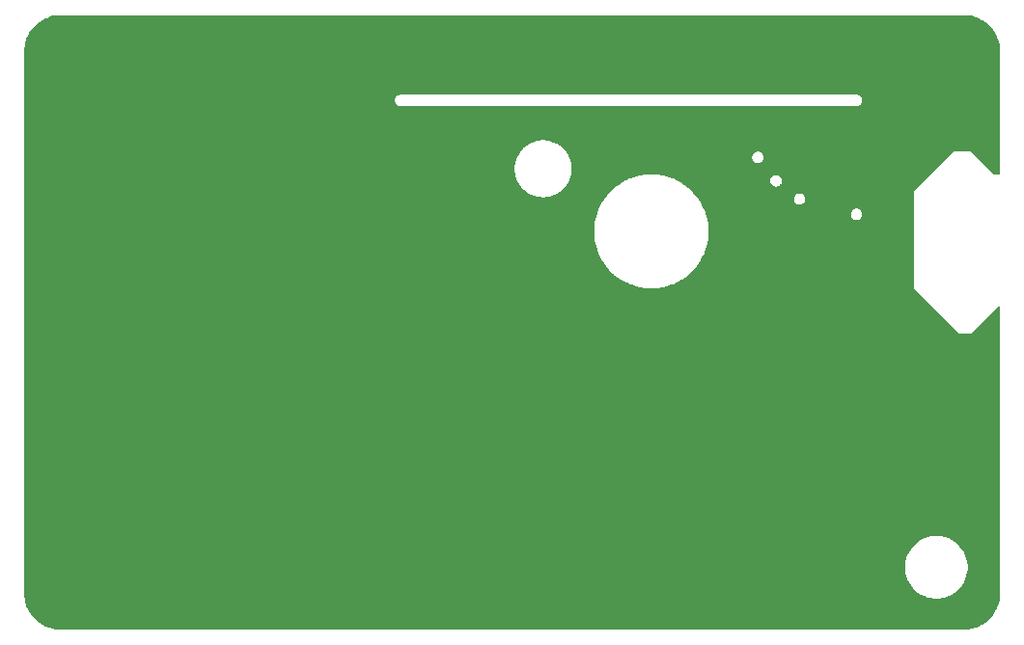
<source format=gbr>
%TF.GenerationSoftware,KiCad,Pcbnew,9.0.0*%
%TF.CreationDate,2025-03-10T01:27:30-04:00*%
%TF.ProjectId,cinna-chan-light,63696e6e-612d-4636-9861-6e2d6c696768,rev?*%
%TF.SameCoordinates,Original*%
%TF.FileFunction,Copper,L1,Top*%
%TF.FilePolarity,Positive*%
%FSLAX46Y46*%
G04 Gerber Fmt 4.6, Leading zero omitted, Abs format (unit mm)*
G04 Created by KiCad (PCBNEW 9.0.0) date 2025-03-10 01:27:30*
%MOMM*%
%LPD*%
G01*
G04 APERTURE LIST*
G04 APERTURE END LIST*
%TA.AperFunction,NonConductor*%
G36*
X172420761Y-59999115D02*
G01*
X172714626Y-60014518D01*
X172721920Y-60015119D01*
X172788757Y-60022650D01*
X172794216Y-60023390D01*
X173050659Y-60064008D01*
X173058793Y-60065579D01*
X173118245Y-60079148D01*
X173122595Y-60080226D01*
X173380424Y-60149313D01*
X173389224Y-60152029D01*
X173434883Y-60168005D01*
X173438302Y-60169259D01*
X173531725Y-60205122D01*
X173699756Y-60269625D01*
X173709114Y-60273667D01*
X173731173Y-60284289D01*
X173733614Y-60285498D01*
X174001468Y-60421979D01*
X174012697Y-60428463D01*
X174280912Y-60602648D01*
X174291413Y-60610277D01*
X174539945Y-60811538D01*
X174549579Y-60820212D01*
X174775735Y-61046372D01*
X174784395Y-61055990D01*
X174880081Y-61174155D01*
X174985664Y-61304542D01*
X174993293Y-61315043D01*
X175167465Y-61583253D01*
X175173955Y-61594494D01*
X175310014Y-61861534D01*
X175311322Y-61864178D01*
X175322574Y-61887625D01*
X175326544Y-61896837D01*
X175427110Y-62158828D01*
X175428431Y-62162438D01*
X175444060Y-62207319D01*
X175446726Y-62215989D01*
X175515997Y-62474530D01*
X175517112Y-62479022D01*
X175520328Y-62493112D01*
X175523309Y-62506172D01*
X175523333Y-62506382D01*
X175523356Y-62506377D01*
X175530375Y-62537370D01*
X175531912Y-62545363D01*
X175572711Y-62802980D01*
X175573457Y-62808490D01*
X175579165Y-62859140D01*
X175579190Y-62859367D01*
X175580776Y-62873677D01*
X175581361Y-62880848D01*
X175596848Y-63176432D01*
X175597018Y-63182920D01*
X175597018Y-73875500D01*
X175577333Y-73942539D01*
X175524529Y-73988294D01*
X175473018Y-73999500D01*
X175051569Y-73999500D01*
X174984530Y-73979815D01*
X174963888Y-73963181D01*
X173000207Y-71999500D01*
X171500207Y-71999500D01*
X171499792Y-71999500D01*
X171499791Y-71999500D01*
X167999793Y-75499500D01*
X167999500Y-75499792D01*
X167999500Y-75499793D01*
X167999500Y-83999793D01*
X167999500Y-84000207D01*
X171999793Y-88000500D01*
X173000207Y-88000500D01*
X175385337Y-85615370D01*
X175446660Y-85581885D01*
X175516352Y-85586869D01*
X175572285Y-85628741D01*
X175596702Y-85694205D01*
X175597018Y-85703051D01*
X175597018Y-110795197D01*
X175596848Y-110801689D01*
X175581442Y-111095554D01*
X175580832Y-111102945D01*
X175573325Y-111169576D01*
X175572578Y-111175093D01*
X175531945Y-111431616D01*
X175530363Y-111439809D01*
X175516844Y-111499038D01*
X175515727Y-111503540D01*
X175446654Y-111761311D01*
X175443921Y-111770173D01*
X175427960Y-111815784D01*
X175426683Y-111819265D01*
X175326346Y-112080647D01*
X175322301Y-112090013D01*
X175311597Y-112112239D01*
X175310362Y-112114730D01*
X175173983Y-112382385D01*
X175167494Y-112393626D01*
X174993310Y-112661841D01*
X174985681Y-112672341D01*
X174784423Y-112920872D01*
X174775738Y-112930518D01*
X174549597Y-113156656D01*
X174539952Y-113165340D01*
X174291416Y-113366601D01*
X174280925Y-113374223D01*
X174056858Y-113519732D01*
X174012710Y-113548403D01*
X174001470Y-113554892D01*
X173733806Y-113691273D01*
X173731312Y-113692509D01*
X173709074Y-113703218D01*
X173699711Y-113707261D01*
X173438359Y-113807585D01*
X173434877Y-113808862D01*
X173389250Y-113824828D01*
X173380388Y-113827562D01*
X173122605Y-113896635D01*
X173118106Y-113897751D01*
X173058876Y-113911271D01*
X173050679Y-113912853D01*
X172794102Y-113953491D01*
X172788589Y-113954238D01*
X172722086Y-113961732D01*
X172714691Y-113962342D01*
X172420221Y-113977776D01*
X172413731Y-113977946D01*
X93180763Y-113977946D01*
X93174274Y-113977776D01*
X93166498Y-113977368D01*
X92880522Y-113962381D01*
X92873129Y-113961771D01*
X92806206Y-113954231D01*
X92800693Y-113953485D01*
X92544536Y-113912917D01*
X92536339Y-113911334D01*
X92476544Y-113897686D01*
X92472044Y-113896570D01*
X92214846Y-113827655D01*
X92205984Y-113824921D01*
X92159596Y-113808689D01*
X92156114Y-113807412D01*
X91895538Y-113707389D01*
X91886174Y-113703345D01*
X91862842Y-113692109D01*
X91860349Y-113690874D01*
X91593543Y-113554932D01*
X91582303Y-113548443D01*
X91314085Y-113374264D01*
X91303584Y-113366635D01*
X91055038Y-113165370D01*
X91045393Y-113156685D01*
X90819256Y-112930553D01*
X90810571Y-112920907D01*
X90609304Y-112672367D01*
X90601675Y-112661868D01*
X90542732Y-112571106D01*
X90427483Y-112393644D01*
X90421005Y-112382423D01*
X90285672Y-112116825D01*
X90284438Y-112114334D01*
X90283283Y-112111937D01*
X90272434Y-112089408D01*
X90268406Y-112080081D01*
X90168968Y-111821045D01*
X90167738Y-111817693D01*
X90150840Y-111769403D01*
X90148126Y-111760603D01*
X90079677Y-111505162D01*
X90078570Y-111500703D01*
X90064451Y-111438841D01*
X90062884Y-111430724D01*
X90022611Y-111176478D01*
X90021878Y-111171062D01*
X90014079Y-111101844D01*
X90013472Y-111094489D01*
X89998189Y-110802938D01*
X89998019Y-110796447D01*
X89998019Y-108345528D01*
X167249500Y-108345528D01*
X167249500Y-108654471D01*
X167284086Y-108961437D01*
X167284089Y-108961455D01*
X167352831Y-109262635D01*
X167352835Y-109262647D01*
X167454862Y-109554222D01*
X167454868Y-109554236D01*
X167588903Y-109832562D01*
X167588905Y-109832565D01*
X167753265Y-110094143D01*
X167945880Y-110335674D01*
X168164326Y-110554120D01*
X168405857Y-110746735D01*
X168667435Y-110911095D01*
X168945771Y-111045135D01*
X168945777Y-111045137D01*
X169237352Y-111147164D01*
X169237364Y-111147168D01*
X169538548Y-111215911D01*
X169538554Y-111215911D01*
X169538562Y-111215913D01*
X169743206Y-111238970D01*
X169845529Y-111250499D01*
X169845532Y-111250500D01*
X169845535Y-111250500D01*
X170154468Y-111250500D01*
X170154469Y-111250499D01*
X170311356Y-111232822D01*
X170461437Y-111215913D01*
X170461442Y-111215912D01*
X170461452Y-111215911D01*
X170762636Y-111147168D01*
X171054229Y-111045135D01*
X171332565Y-110911095D01*
X171594143Y-110746735D01*
X171835674Y-110554120D01*
X172054120Y-110335674D01*
X172246735Y-110094143D01*
X172411095Y-109832565D01*
X172545135Y-109554229D01*
X172647168Y-109262636D01*
X172715911Y-108961452D01*
X172750500Y-108654465D01*
X172750500Y-108345535D01*
X172715911Y-108038548D01*
X172647168Y-107737364D01*
X172545135Y-107445771D01*
X172411095Y-107167435D01*
X172246735Y-106905857D01*
X172054120Y-106664326D01*
X171835674Y-106445880D01*
X171594143Y-106253265D01*
X171332565Y-106088905D01*
X171332562Y-106088903D01*
X171054236Y-105954868D01*
X171054222Y-105954862D01*
X170762647Y-105852835D01*
X170762635Y-105852831D01*
X170461455Y-105784089D01*
X170461437Y-105784086D01*
X170154471Y-105749500D01*
X170154465Y-105749500D01*
X169845535Y-105749500D01*
X169845528Y-105749500D01*
X169538562Y-105784086D01*
X169538544Y-105784089D01*
X169237364Y-105852831D01*
X169237352Y-105852835D01*
X168945777Y-105954862D01*
X168945763Y-105954868D01*
X168667437Y-106088903D01*
X168405858Y-106253264D01*
X168164326Y-106445879D01*
X167945879Y-106664326D01*
X167753264Y-106905858D01*
X167588903Y-107167437D01*
X167454868Y-107445763D01*
X167454862Y-107445777D01*
X167352835Y-107737352D01*
X167352831Y-107737364D01*
X167284089Y-108038544D01*
X167284086Y-108038562D01*
X167249500Y-108345528D01*
X89998019Y-108345528D01*
X89998019Y-78781669D01*
X139999500Y-78781669D01*
X139999500Y-79218330D01*
X140037557Y-79653320D01*
X140037557Y-79653324D01*
X140113379Y-80083327D01*
X140113383Y-80083344D01*
X140226392Y-80505105D01*
X140375740Y-80915434D01*
X140375746Y-80915449D01*
X140560272Y-81311164D01*
X140560277Y-81311174D01*
X140778603Y-81689326D01*
X140778615Y-81689343D01*
X140821477Y-81750558D01*
X140824055Y-81754239D01*
X140825031Y-81755873D01*
X140829673Y-81762262D01*
X140830273Y-81763119D01*
X140830301Y-81763158D01*
X141029057Y-82047013D01*
X141082169Y-82110308D01*
X141082171Y-82110311D01*
X141084957Y-82113631D01*
X141088872Y-82119020D01*
X141104165Y-82136525D01*
X141104977Y-82137492D01*
X141105004Y-82137523D01*
X141309734Y-82381509D01*
X141376762Y-82448537D01*
X141384204Y-82457055D01*
X141408712Y-82480487D01*
X141618493Y-82690268D01*
X141618498Y-82690272D01*
X141694139Y-82753743D01*
X141697215Y-82756324D01*
X141708648Y-82767255D01*
X141740797Y-82792893D01*
X141821614Y-82860707D01*
X141952986Y-82970942D01*
X141985347Y-82993601D01*
X142043807Y-83034535D01*
X142059593Y-83047124D01*
X142097882Y-83072398D01*
X142310674Y-83221397D01*
X142413839Y-83280959D01*
X142434211Y-83294407D01*
X142477184Y-83317531D01*
X142688826Y-83439723D01*
X142804433Y-83493631D01*
X142829488Y-83507115D01*
X142875765Y-83526894D01*
X143025610Y-83596768D01*
X143084550Y-83624253D01*
X143084554Y-83624254D01*
X143084568Y-83624261D01*
X143212530Y-83670835D01*
X143242240Y-83683534D01*
X143290505Y-83699216D01*
X143494888Y-83773605D01*
X143494889Y-83773605D01*
X143494894Y-83773607D01*
X143547663Y-83787746D01*
X143635000Y-83811147D01*
X143669145Y-83822243D01*
X143718138Y-83833424D01*
X143916663Y-83886619D01*
X144068496Y-83913391D01*
X144106766Y-83922127D01*
X144155392Y-83928713D01*
X144346682Y-83962443D01*
X144509648Y-83976700D01*
X144551578Y-83982381D01*
X144598822Y-83984502D01*
X144781671Y-84000499D01*
X144781672Y-84000500D01*
X144955022Y-84000500D01*
X145000000Y-84002520D01*
X145044978Y-84000500D01*
X145218328Y-84000500D01*
X145218328Y-84000499D01*
X145401182Y-83984502D01*
X145448422Y-83982381D01*
X145490357Y-83976700D01*
X145653318Y-83962443D01*
X145844619Y-83928711D01*
X145893234Y-83922127D01*
X145931500Y-83913391D01*
X146083337Y-83886619D01*
X146281847Y-83833428D01*
X146330855Y-83822243D01*
X146365009Y-83811145D01*
X146452988Y-83787571D01*
X146505099Y-83773609D01*
X146505104Y-83773607D01*
X146505112Y-83773605D01*
X146709500Y-83699213D01*
X146757760Y-83683534D01*
X146787460Y-83670838D01*
X146874621Y-83639114D01*
X146915420Y-83624266D01*
X146915424Y-83624263D01*
X146915432Y-83624261D01*
X147124248Y-83526887D01*
X147170512Y-83507115D01*
X147195563Y-83493633D01*
X147311174Y-83439723D01*
X147522826Y-83317525D01*
X147565789Y-83294407D01*
X147586151Y-83280964D01*
X147689326Y-83221397D01*
X147855005Y-83105387D01*
X147900744Y-83073361D01*
X147901120Y-83073096D01*
X147902145Y-83072379D01*
X147940407Y-83047124D01*
X147956185Y-83034540D01*
X148047012Y-82970943D01*
X148259223Y-82792876D01*
X148291352Y-82767255D01*
X148302779Y-82756328D01*
X148381507Y-82690268D01*
X148591309Y-82480465D01*
X148615796Y-82457055D01*
X148623230Y-82448544D01*
X148690268Y-82381507D01*
X148895833Y-82136525D01*
X148911128Y-82119020D01*
X148915042Y-82113631D01*
X148970943Y-82047012D01*
X149170338Y-81762245D01*
X149174969Y-81755873D01*
X149175940Y-81754244D01*
X149221397Y-81689326D01*
X149439723Y-81311174D01*
X149624261Y-80915432D01*
X149773605Y-80505112D01*
X149886619Y-80083337D01*
X149962443Y-79653318D01*
X150000500Y-79218327D01*
X150000500Y-78781673D01*
X149962443Y-78346682D01*
X149886619Y-77916663D01*
X149809110Y-77627398D01*
X149773607Y-77494894D01*
X149773604Y-77494886D01*
X149763967Y-77468407D01*
X149763961Y-77468392D01*
X149751483Y-77434108D01*
X162499499Y-77434108D01*
X162499499Y-77565891D01*
X162533607Y-77693187D01*
X162566553Y-77750250D01*
X162599499Y-77807314D01*
X162599501Y-77807316D01*
X162618170Y-77825985D01*
X162620181Y-77829114D01*
X162628555Y-77836370D01*
X162692685Y-77900500D01*
X162712034Y-77911671D01*
X162722291Y-77917593D01*
X162728289Y-77922790D01*
X162742658Y-77929352D01*
X162806813Y-77966392D01*
X162847832Y-77977383D01*
X162858408Y-77982213D01*
X162874483Y-77984524D01*
X162934107Y-78000500D01*
X162934108Y-78000500D01*
X162985595Y-78000500D01*
X162999999Y-78002571D01*
X163014403Y-78000500D01*
X163065890Y-78000500D01*
X163065891Y-78000500D01*
X163125519Y-77984522D01*
X163141590Y-77982213D01*
X163152166Y-77977382D01*
X163193185Y-77966392D01*
X163257345Y-77929348D01*
X163271709Y-77922790D01*
X163277702Y-77917595D01*
X163307313Y-77900500D01*
X163371448Y-77836364D01*
X163379817Y-77829114D01*
X163381825Y-77825987D01*
X163400499Y-77807314D01*
X163466391Y-77693186D01*
X163500499Y-77565892D01*
X163500499Y-77434108D01*
X163466391Y-77306814D01*
X163400499Y-77192686D01*
X163381827Y-77174014D01*
X163379817Y-77170886D01*
X163371442Y-77163629D01*
X163307312Y-77099499D01*
X163301660Y-77096236D01*
X163277703Y-77082404D01*
X163271709Y-77077210D01*
X163257342Y-77070648D01*
X163252221Y-77067692D01*
X163193185Y-77033608D01*
X163193183Y-77033607D01*
X163162160Y-77025294D01*
X163162160Y-77025293D01*
X163152157Y-77022612D01*
X163141590Y-77017787D01*
X163125525Y-77015477D01*
X163118381Y-77013563D01*
X163118377Y-77013563D01*
X163065892Y-76999500D01*
X163065891Y-76999500D01*
X163014403Y-76999500D01*
X162999999Y-76997429D01*
X162985595Y-76999500D01*
X162934103Y-76999500D01*
X162881615Y-77013563D01*
X162881616Y-77013564D01*
X162874477Y-77015476D01*
X162858408Y-77017787D01*
X162847840Y-77022612D01*
X162837837Y-77025293D01*
X162837834Y-77025295D01*
X162806816Y-77033607D01*
X162806814Y-77033607D01*
X162747767Y-77067697D01*
X162747766Y-77067696D01*
X162742635Y-77070658D01*
X162728289Y-77077210D01*
X162722300Y-77082399D01*
X162712051Y-77088317D01*
X162712044Y-77088323D01*
X162692685Y-77099500D01*
X162692681Y-77099503D01*
X162631676Y-77160506D01*
X162628533Y-77163648D01*
X162620181Y-77170886D01*
X162618175Y-77174006D01*
X162609801Y-77182381D01*
X162599500Y-77192683D01*
X162599498Y-77192685D01*
X162533608Y-77306810D01*
X162533608Y-77306811D01*
X162533608Y-77306812D01*
X162533607Y-77306814D01*
X162499499Y-77434108D01*
X149751483Y-77434108D01*
X149624261Y-77084568D01*
X149616393Y-77067696D01*
X149439727Y-76688835D01*
X149439719Y-76688819D01*
X149408618Y-76634950D01*
X149221397Y-76310674D01*
X149203102Y-76284546D01*
X149178526Y-76249447D01*
X149175947Y-76245764D01*
X149174969Y-76244127D01*
X149170321Y-76237729D01*
X149169696Y-76236837D01*
X149169695Y-76236836D01*
X149169694Y-76236834D01*
X149114042Y-76157354D01*
X149069932Y-76094358D01*
X157499499Y-76094358D01*
X157499499Y-76095052D01*
X157499499Y-76226142D01*
X157516553Y-76289789D01*
X157533607Y-76353437D01*
X157566553Y-76410500D01*
X157599499Y-76467564D01*
X157599501Y-76467566D01*
X157618170Y-76486235D01*
X157620181Y-76489364D01*
X157628555Y-76496620D01*
X157692685Y-76560750D01*
X157712034Y-76571921D01*
X157722291Y-76577843D01*
X157728289Y-76583040D01*
X157742658Y-76589602D01*
X157806813Y-76626642D01*
X157847832Y-76637633D01*
X157858408Y-76642463D01*
X157874483Y-76644774D01*
X157934107Y-76660750D01*
X157934108Y-76660750D01*
X157985595Y-76660750D01*
X157999999Y-76662821D01*
X158014403Y-76660750D01*
X158065890Y-76660750D01*
X158065891Y-76660750D01*
X158125519Y-76644772D01*
X158141590Y-76642463D01*
X158152166Y-76637632D01*
X158193185Y-76626642D01*
X158257345Y-76589598D01*
X158271709Y-76583040D01*
X158277702Y-76577845D01*
X158307313Y-76560750D01*
X158371448Y-76496614D01*
X158379817Y-76489364D01*
X158381825Y-76486237D01*
X158400499Y-76467564D01*
X158466391Y-76353436D01*
X158500499Y-76226142D01*
X158500499Y-76094358D01*
X158466391Y-75967064D01*
X158400499Y-75852936D01*
X158381827Y-75834264D01*
X158379817Y-75831136D01*
X158371442Y-75823879D01*
X158307312Y-75759749D01*
X158301660Y-75756486D01*
X158277703Y-75742654D01*
X158271709Y-75737460D01*
X158257342Y-75730898D01*
X158252221Y-75727942D01*
X158193185Y-75693858D01*
X158193183Y-75693857D01*
X158162160Y-75685544D01*
X158162160Y-75685543D01*
X158152157Y-75682862D01*
X158141590Y-75678037D01*
X158125525Y-75675727D01*
X158118381Y-75673813D01*
X158118377Y-75673813D01*
X158065892Y-75659750D01*
X158065891Y-75659750D01*
X158014403Y-75659750D01*
X157999999Y-75657679D01*
X157985595Y-75659750D01*
X157934103Y-75659750D01*
X157881615Y-75673813D01*
X157881616Y-75673814D01*
X157874477Y-75675726D01*
X157858408Y-75678037D01*
X157847840Y-75682862D01*
X157837837Y-75685543D01*
X157837834Y-75685545D01*
X157806816Y-75693857D01*
X157806814Y-75693857D01*
X157747767Y-75727947D01*
X157747766Y-75727946D01*
X157742635Y-75730908D01*
X157728289Y-75737460D01*
X157722300Y-75742649D01*
X157712051Y-75748567D01*
X157712044Y-75748573D01*
X157692685Y-75759750D01*
X157692681Y-75759753D01*
X157631676Y-75820756D01*
X157628533Y-75823898D01*
X157620181Y-75831136D01*
X157618175Y-75834256D01*
X157609801Y-75842631D01*
X157599500Y-75852933D01*
X157599498Y-75852935D01*
X157533608Y-75967060D01*
X157533608Y-75967061D01*
X157533608Y-75967062D01*
X157533607Y-75967064D01*
X157499499Y-76094358D01*
X149069932Y-76094358D01*
X148970948Y-75952994D01*
X148970946Y-75952993D01*
X148970943Y-75952988D01*
X148915040Y-75886365D01*
X148911128Y-75880980D01*
X148895789Y-75863423D01*
X148894991Y-75862472D01*
X148894990Y-75862470D01*
X148746531Y-75685545D01*
X148690268Y-75618493D01*
X148623237Y-75551462D01*
X148615796Y-75542945D01*
X148591287Y-75519512D01*
X148381509Y-75309734D01*
X148378399Y-75307124D01*
X148302785Y-75243676D01*
X148291352Y-75232745D01*
X148259212Y-75207114D01*
X148258020Y-75206114D01*
X148047013Y-75029057D01*
X147959362Y-74967684D01*
X147956194Y-74965466D01*
X147940407Y-74952876D01*
X147902146Y-74927620D01*
X147900742Y-74926637D01*
X147900741Y-74926636D01*
X147689343Y-74778615D01*
X147689326Y-74778603D01*
X147589378Y-74720898D01*
X147589378Y-74720897D01*
X147586151Y-74719034D01*
X147565789Y-74705593D01*
X147522827Y-74682474D01*
X147521190Y-74681529D01*
X147385811Y-74603368D01*
X147311180Y-74560280D01*
X147311164Y-74560272D01*
X147198804Y-74507877D01*
X147195564Y-74506366D01*
X147191368Y-74504108D01*
X155429499Y-74504108D01*
X155429499Y-74504802D01*
X155429499Y-74635892D01*
X155441981Y-74682475D01*
X155463607Y-74763187D01*
X155489814Y-74808578D01*
X155529499Y-74877314D01*
X155529501Y-74877316D01*
X155548170Y-74895985D01*
X155550181Y-74899114D01*
X155558555Y-74906370D01*
X155622685Y-74970500D01*
X155642034Y-74981671D01*
X155652291Y-74987593D01*
X155658289Y-74992790D01*
X155672658Y-74999352D01*
X155736813Y-75036392D01*
X155777832Y-75047383D01*
X155788408Y-75052213D01*
X155804483Y-75054524D01*
X155864107Y-75070500D01*
X155864108Y-75070500D01*
X155915595Y-75070500D01*
X155929999Y-75072571D01*
X155944403Y-75070500D01*
X155995890Y-75070500D01*
X155995891Y-75070500D01*
X156055519Y-75054522D01*
X156071590Y-75052213D01*
X156082166Y-75047382D01*
X156123185Y-75036392D01*
X156187345Y-74999348D01*
X156201709Y-74992790D01*
X156207702Y-74987595D01*
X156237313Y-74970500D01*
X156301448Y-74906364D01*
X156309817Y-74899114D01*
X156311825Y-74895987D01*
X156330499Y-74877314D01*
X156396391Y-74763186D01*
X156430499Y-74635892D01*
X156430499Y-74504108D01*
X156396391Y-74376814D01*
X156395774Y-74375746D01*
X156369549Y-74330323D01*
X156330499Y-74262686D01*
X156311827Y-74244014D01*
X156309817Y-74240886D01*
X156301442Y-74233629D01*
X156237312Y-74169499D01*
X156231197Y-74165969D01*
X156207703Y-74152404D01*
X156201709Y-74147210D01*
X156187342Y-74140648D01*
X156182221Y-74137692D01*
X156123185Y-74103608D01*
X156123183Y-74103607D01*
X156092160Y-74095294D01*
X156092160Y-74095293D01*
X156082157Y-74092612D01*
X156071590Y-74087787D01*
X156055525Y-74085477D01*
X156048381Y-74083563D01*
X156048377Y-74083563D01*
X155995892Y-74069500D01*
X155995891Y-74069500D01*
X155944403Y-74069500D01*
X155929999Y-74067429D01*
X155915595Y-74069500D01*
X155864103Y-74069500D01*
X155811615Y-74083563D01*
X155811616Y-74083564D01*
X155804477Y-74085476D01*
X155788408Y-74087787D01*
X155777840Y-74092612D01*
X155767837Y-74095293D01*
X155767834Y-74095295D01*
X155736816Y-74103607D01*
X155736814Y-74103607D01*
X155677767Y-74137697D01*
X155677766Y-74137696D01*
X155672635Y-74140658D01*
X155658289Y-74147210D01*
X155652300Y-74152399D01*
X155642051Y-74158317D01*
X155642044Y-74158323D01*
X155622685Y-74169500D01*
X155622681Y-74169503D01*
X155561676Y-74230506D01*
X155558533Y-74233648D01*
X155550181Y-74240886D01*
X155548175Y-74244006D01*
X155539801Y-74252381D01*
X155529500Y-74262683D01*
X155529498Y-74262685D01*
X155463608Y-74376810D01*
X155463608Y-74376811D01*
X155463608Y-74376812D01*
X155463607Y-74376814D01*
X155429499Y-74504108D01*
X147191368Y-74504108D01*
X147170512Y-74492885D01*
X147124250Y-74473111D01*
X147122413Y-74472255D01*
X146915449Y-74375746D01*
X146915428Y-74375737D01*
X146790657Y-74330322D01*
X146790657Y-74330323D01*
X146787443Y-74329153D01*
X146757760Y-74316466D01*
X146709525Y-74300793D01*
X146707460Y-74300042D01*
X146505105Y-74226392D01*
X146368139Y-74189693D01*
X146368138Y-74189693D01*
X146365014Y-74188856D01*
X146330855Y-74177757D01*
X146281856Y-74166573D01*
X146279612Y-74165972D01*
X146279611Y-74165971D01*
X146083344Y-74113383D01*
X146083346Y-74113383D01*
X146083337Y-74113381D01*
X146046066Y-74106809D01*
X145934557Y-74087146D01*
X145934557Y-74087145D01*
X145931481Y-74086602D01*
X145893234Y-74077873D01*
X145844619Y-74071287D01*
X145842154Y-74070853D01*
X145842146Y-74070852D01*
X145653323Y-74037557D01*
X145493293Y-74023556D01*
X145493292Y-74023556D01*
X145490350Y-74023298D01*
X145448422Y-74017619D01*
X145401206Y-74015498D01*
X145398549Y-74015266D01*
X145398548Y-74015265D01*
X145218332Y-73999500D01*
X145218327Y-73999500D01*
X145044978Y-73999500D01*
X145000000Y-73997480D01*
X144955022Y-73999500D01*
X144781666Y-73999500D01*
X144601448Y-74015265D01*
X144601449Y-74015266D01*
X144598789Y-74015498D01*
X144551578Y-74017619D01*
X144509653Y-74023298D01*
X144506706Y-74023556D01*
X144506705Y-74023555D01*
X144506705Y-74023556D01*
X144346677Y-74037557D01*
X144346675Y-74037557D01*
X144157855Y-74070850D01*
X144157856Y-74070851D01*
X144155375Y-74071288D01*
X144106766Y-74077873D01*
X144068496Y-74086607D01*
X144065427Y-74087149D01*
X143916668Y-74113380D01*
X143916654Y-74113383D01*
X143720397Y-74165969D01*
X143718127Y-74166576D01*
X143669145Y-74177757D01*
X143635015Y-74188846D01*
X143631848Y-74189695D01*
X143631846Y-74189694D01*
X143494902Y-74226391D01*
X143494868Y-74226401D01*
X143292544Y-74300039D01*
X143292545Y-74300040D01*
X143290470Y-74300795D01*
X143242240Y-74316466D01*
X143212560Y-74329151D01*
X143209334Y-74330326D01*
X143209333Y-74330326D01*
X143084561Y-74375741D01*
X143084558Y-74375742D01*
X142877594Y-74472250D01*
X142877595Y-74472251D01*
X142875742Y-74473115D01*
X142829488Y-74492885D01*
X142804448Y-74506359D01*
X142801211Y-74507869D01*
X142801198Y-74507876D01*
X142688826Y-74560276D01*
X142688819Y-74560280D01*
X142478797Y-74681536D01*
X142478796Y-74681537D01*
X142477169Y-74682475D01*
X142434211Y-74705593D01*
X142413863Y-74719023D01*
X142410630Y-74720891D01*
X142410627Y-74720894D01*
X142310669Y-74778606D01*
X142099286Y-74926615D01*
X142099287Y-74926616D01*
X142097835Y-74927632D01*
X142059593Y-74952876D01*
X142043821Y-74965452D01*
X142040650Y-74967674D01*
X141952985Y-75029059D01*
X141741949Y-75206136D01*
X141741950Y-75206137D01*
X141740735Y-75207155D01*
X141708648Y-75232745D01*
X141697225Y-75243666D01*
X141694133Y-75246261D01*
X141694130Y-75246262D01*
X141618510Y-75309716D01*
X141618496Y-75309729D01*
X141409717Y-75518507D01*
X141409716Y-75518507D01*
X141408665Y-75519557D01*
X141384204Y-75542945D01*
X141376788Y-75551432D01*
X141373831Y-75554390D01*
X141373817Y-75554406D01*
X141309740Y-75618484D01*
X141309728Y-75618497D01*
X141105012Y-75862464D01*
X141105013Y-75862465D01*
X141104162Y-75863478D01*
X141088872Y-75880980D01*
X141084965Y-75886356D01*
X141082172Y-75889686D01*
X141029061Y-75952982D01*
X140830283Y-76236865D01*
X140830282Y-76236864D01*
X140829598Y-76237840D01*
X140825031Y-76244127D01*
X140824060Y-76245750D01*
X140821488Y-76249426D01*
X140821486Y-76249429D01*
X140778612Y-76310660D01*
X140778598Y-76310682D01*
X140560280Y-76688819D01*
X140560272Y-76688835D01*
X140375746Y-77084550D01*
X140375740Y-77084565D01*
X140226392Y-77494894D01*
X140113383Y-77916655D01*
X140113379Y-77916672D01*
X140037557Y-78346675D01*
X140037557Y-78346679D01*
X139999500Y-78781669D01*
X89998019Y-78781669D01*
X89998019Y-73359568D01*
X132999500Y-73359568D01*
X132999500Y-73640431D01*
X133030942Y-73919494D01*
X133030945Y-73919513D01*
X133040035Y-73959336D01*
X133040035Y-73959337D01*
X133041398Y-73965312D01*
X133041854Y-73968916D01*
X133045157Y-73981783D01*
X133045529Y-73983410D01*
X133045537Y-73983442D01*
X133093439Y-74193316D01*
X133093440Y-74193318D01*
X133114346Y-74253065D01*
X133116092Y-74258056D01*
X133120008Y-74273306D01*
X133132231Y-74304178D01*
X133133066Y-74306564D01*
X133133066Y-74306566D01*
X133186196Y-74458401D01*
X133186205Y-74458423D01*
X133224167Y-74537251D01*
X133226101Y-74541268D01*
X133235696Y-74565501D01*
X133252429Y-74595938D01*
X133253877Y-74598945D01*
X133253885Y-74598960D01*
X133256008Y-74603368D01*
X133308055Y-74711445D01*
X133308057Y-74711449D01*
X133308059Y-74711452D01*
X133369087Y-74808577D01*
X133369087Y-74808578D01*
X133371020Y-74811654D01*
X133387093Y-74840891D01*
X133404088Y-74864283D01*
X133406314Y-74867825D01*
X133406318Y-74867831D01*
X133457474Y-74949244D01*
X133457477Y-74949248D01*
X133472179Y-74967684D01*
X133549538Y-75064689D01*
X133551275Y-75066868D01*
X133571813Y-75095135D01*
X133585111Y-75109296D01*
X133588234Y-75113212D01*
X133632583Y-75168824D01*
X133770883Y-75307124D01*
X133786940Y-75324223D01*
X133792972Y-75329213D01*
X133831175Y-75367416D01*
X134050752Y-75542523D01*
X134288555Y-75691945D01*
X134541592Y-75813801D01*
X134680686Y-75862472D01*
X134806670Y-75906556D01*
X134806672Y-75906557D01*
X134806676Y-75906557D01*
X134806682Y-75906560D01*
X134866377Y-75920185D01*
X134877661Y-75923852D01*
X134906772Y-75929404D01*
X135080491Y-75969055D01*
X135163872Y-75978449D01*
X135186357Y-75982739D01*
X135221627Y-75984957D01*
X135334541Y-75997679D01*
X135359573Y-76000500D01*
X135468656Y-76000500D01*
X135500000Y-76002472D01*
X135531344Y-76000500D01*
X135640427Y-76000500D01*
X135663332Y-75997918D01*
X135778365Y-75984957D01*
X135813643Y-75982739D01*
X135836123Y-75978450D01*
X135919509Y-75969055D01*
X136093231Y-75929403D01*
X136122339Y-75923852D01*
X136133621Y-75920185D01*
X136193318Y-75906560D01*
X136458408Y-75813801D01*
X136711445Y-75691945D01*
X136949248Y-75542523D01*
X137168825Y-75367416D01*
X137207033Y-75329207D01*
X137213060Y-75324223D01*
X137229100Y-75307140D01*
X137367416Y-75168825D01*
X137414893Y-75109290D01*
X137428187Y-75095135D01*
X137448717Y-75066876D01*
X137542523Y-74949248D01*
X137595904Y-74864291D01*
X137612907Y-74840891D01*
X137628982Y-74811648D01*
X137691945Y-74711445D01*
X137747572Y-74595933D01*
X137764304Y-74565501D01*
X137773898Y-74541266D01*
X137813801Y-74458408D01*
X137867772Y-74304166D01*
X137879992Y-74273306D01*
X137883907Y-74258056D01*
X137906560Y-74193318D01*
X137954840Y-73981787D01*
X137958146Y-73968916D01*
X137958600Y-73965314D01*
X137969055Y-73919509D01*
X138000500Y-73640425D01*
X138000500Y-73359575D01*
X137969055Y-73080491D01*
X137958599Y-73034683D01*
X137958146Y-73031084D01*
X137954839Y-73018207D01*
X137906560Y-72806682D01*
X137906555Y-72806669D01*
X137885657Y-72746946D01*
X137883907Y-72741943D01*
X137879992Y-72726694D01*
X137867769Y-72695825D01*
X137813801Y-72541592D01*
X137775813Y-72462709D01*
X137772273Y-72454627D01*
X137764304Y-72434499D01*
X137764089Y-72434108D01*
X153839299Y-72434108D01*
X153839299Y-72565891D01*
X153873407Y-72693187D01*
X153874908Y-72695786D01*
X153939299Y-72807314D01*
X153939301Y-72807316D01*
X153957970Y-72825985D01*
X153959981Y-72829114D01*
X153968355Y-72836370D01*
X154032485Y-72900500D01*
X154051834Y-72911671D01*
X154062091Y-72917593D01*
X154068089Y-72922790D01*
X154082458Y-72929352D01*
X154146613Y-72966392D01*
X154187632Y-72977383D01*
X154198208Y-72982213D01*
X154214283Y-72984524D01*
X154273907Y-73000500D01*
X154273908Y-73000500D01*
X154325395Y-73000500D01*
X154339799Y-73002571D01*
X154354203Y-73000500D01*
X154405690Y-73000500D01*
X154405691Y-73000500D01*
X154465319Y-72984522D01*
X154481390Y-72982213D01*
X154491966Y-72977382D01*
X154532985Y-72966392D01*
X154597145Y-72929348D01*
X154611509Y-72922790D01*
X154617502Y-72917595D01*
X154647113Y-72900500D01*
X154711248Y-72836364D01*
X154719617Y-72829114D01*
X154721625Y-72825987D01*
X154740299Y-72807314D01*
X154806191Y-72693186D01*
X154840299Y-72565892D01*
X154840299Y-72434108D01*
X154806191Y-72306814D01*
X154740299Y-72192686D01*
X154721627Y-72174014D01*
X154719617Y-72170886D01*
X154711242Y-72163629D01*
X154647112Y-72099499D01*
X154641460Y-72096236D01*
X154617503Y-72082404D01*
X154611509Y-72077210D01*
X154597142Y-72070648D01*
X154592021Y-72067692D01*
X154532985Y-72033608D01*
X154532983Y-72033607D01*
X154501960Y-72025294D01*
X154501960Y-72025293D01*
X154491957Y-72022612D01*
X154481390Y-72017787D01*
X154465325Y-72015477D01*
X154458181Y-72013563D01*
X154458177Y-72013563D01*
X154405692Y-71999500D01*
X154405691Y-71999500D01*
X154354203Y-71999500D01*
X154339799Y-71997429D01*
X154325395Y-71999500D01*
X154273903Y-71999500D01*
X154221415Y-72013563D01*
X154221416Y-72013564D01*
X154214277Y-72015476D01*
X154198208Y-72017787D01*
X154187640Y-72022612D01*
X154177637Y-72025293D01*
X154177634Y-72025295D01*
X154146616Y-72033607D01*
X154146614Y-72033607D01*
X154087567Y-72067697D01*
X154087566Y-72067696D01*
X154082435Y-72070658D01*
X154068089Y-72077210D01*
X154062100Y-72082399D01*
X154051851Y-72088317D01*
X154051844Y-72088323D01*
X154032485Y-72099500D01*
X154032481Y-72099503D01*
X153971476Y-72160506D01*
X153968333Y-72163648D01*
X153959981Y-72170886D01*
X153957975Y-72174006D01*
X153949601Y-72182381D01*
X153939300Y-72192683D01*
X153939298Y-72192685D01*
X153873408Y-72306810D01*
X153873408Y-72306811D01*
X153873408Y-72306812D01*
X153873407Y-72306814D01*
X153848161Y-72401036D01*
X153839299Y-72434108D01*
X137764089Y-72434108D01*
X137749171Y-72406972D01*
X137746116Y-72401041D01*
X137691948Y-72288560D01*
X137691945Y-72288556D01*
X137691945Y-72288555D01*
X137628984Y-72188354D01*
X137612907Y-72159109D01*
X137595901Y-72135703D01*
X137593691Y-72132185D01*
X137593683Y-72132172D01*
X137542521Y-72050749D01*
X137542520Y-72050747D01*
X137450453Y-71935298D01*
X137450453Y-71935299D01*
X137448718Y-71933123D01*
X137428187Y-71904865D01*
X137414893Y-71890709D01*
X137367416Y-71831175D01*
X137229116Y-71692875D01*
X137213060Y-71675777D01*
X137207027Y-71670786D01*
X137168824Y-71632583D01*
X137113060Y-71588113D01*
X136949248Y-71457477D01*
X136711445Y-71308055D01*
X136711442Y-71308053D01*
X136458411Y-71186200D01*
X136193329Y-71093443D01*
X136193320Y-71093440D01*
X136139055Y-71081054D01*
X136139055Y-71081053D01*
X136133611Y-71079810D01*
X136122339Y-71076148D01*
X136093242Y-71070597D01*
X136091045Y-71070096D01*
X135919502Y-71030943D01*
X135919503Y-71030943D01*
X135840834Y-71022080D01*
X135840834Y-71022079D01*
X135836109Y-71021546D01*
X135813643Y-71017261D01*
X135778369Y-71015041D01*
X135775317Y-71014698D01*
X135775313Y-71014698D01*
X135640429Y-70999500D01*
X135640425Y-70999500D01*
X135531329Y-70999500D01*
X135500000Y-70997529D01*
X135468671Y-70999500D01*
X135359570Y-70999500D01*
X135224687Y-71014698D01*
X135224686Y-71014698D01*
X135221637Y-71015041D01*
X135186357Y-71017261D01*
X135163887Y-71021547D01*
X135159168Y-71022079D01*
X135159166Y-71022080D01*
X135080496Y-71030943D01*
X135080493Y-71030944D01*
X134908956Y-71070094D01*
X134908957Y-71070095D01*
X134906743Y-71070600D01*
X134877661Y-71076148D01*
X134866388Y-71079810D01*
X134860963Y-71081049D01*
X134860949Y-71081053D01*
X134806676Y-71093441D01*
X134806670Y-71093443D01*
X134541588Y-71186200D01*
X134288557Y-71308053D01*
X134050753Y-71457476D01*
X133831179Y-71632579D01*
X133797106Y-71666652D01*
X133792965Y-71670791D01*
X133786940Y-71675777D01*
X133770913Y-71692843D01*
X133769514Y-71694243D01*
X133769511Y-71694244D01*
X133632587Y-71831171D01*
X133632584Y-71831174D01*
X133588234Y-71886784D01*
X133588235Y-71886785D01*
X133585101Y-71890713D01*
X133571813Y-71904865D01*
X133551301Y-71933096D01*
X133549545Y-71935299D01*
X133549537Y-71935309D01*
X133457481Y-72050746D01*
X133457466Y-72050767D01*
X133406321Y-72132159D01*
X133406322Y-72132160D01*
X133404078Y-72135730D01*
X133387093Y-72159109D01*
X133371029Y-72188329D01*
X133369087Y-72191420D01*
X133308059Y-72288547D01*
X133308052Y-72288559D01*
X133253884Y-72401036D01*
X133253885Y-72401037D01*
X133252423Y-72404071D01*
X133235696Y-72434499D01*
X133226108Y-72458715D01*
X133224166Y-72462748D01*
X133224162Y-72462760D01*
X133186199Y-72541591D01*
X133186198Y-72541593D01*
X133133062Y-72693445D01*
X133132223Y-72695840D01*
X133120008Y-72726694D01*
X133116096Y-72741926D01*
X133114344Y-72746936D01*
X133093443Y-72806669D01*
X133093439Y-72806683D01*
X133045539Y-73016549D01*
X133045162Y-73018196D01*
X133041854Y-73031084D01*
X133041398Y-73034686D01*
X133040037Y-73040653D01*
X133040036Y-73040660D01*
X133030945Y-73080491D01*
X133030944Y-73080495D01*
X133030943Y-73080502D01*
X132999500Y-73359568D01*
X89998019Y-73359568D01*
X89998019Y-67499998D01*
X122497429Y-67499998D01*
X122498238Y-67505625D01*
X122499500Y-67523273D01*
X122499500Y-67565893D01*
X122513563Y-67618378D01*
X122513563Y-67618379D01*
X122515476Y-67625520D01*
X122517787Y-67641591D01*
X122522613Y-67652158D01*
X122525291Y-67662154D01*
X122525294Y-67662161D01*
X122533607Y-67693184D01*
X122533608Y-67693186D01*
X122567692Y-67752222D01*
X122570648Y-67757343D01*
X122577210Y-67771710D01*
X122582404Y-67777704D01*
X122596236Y-67801661D01*
X122599499Y-67807313D01*
X122663629Y-67871443D01*
X122670886Y-67879818D01*
X122674014Y-67881828D01*
X122692686Y-67900500D01*
X122806814Y-67966392D01*
X122934108Y-68000500D01*
X122999793Y-68000500D01*
X162948136Y-68000500D01*
X162948139Y-68000501D01*
X162999499Y-68000501D01*
X163065889Y-68000501D01*
X163065891Y-68000501D01*
X163193186Y-67966393D01*
X163208697Y-67957437D01*
X163208880Y-67957385D01*
X163209687Y-67956865D01*
X163271797Y-67921006D01*
X163307312Y-67900503D01*
X163307312Y-67900502D01*
X163307311Y-67900502D01*
X163307314Y-67900501D01*
X163325158Y-67882656D01*
X163329279Y-67880009D01*
X163338832Y-67868982D01*
X163400500Y-67807315D01*
X163416937Y-67778844D01*
X163423002Y-67771847D01*
X163430660Y-67755076D01*
X163466393Y-67693186D01*
X163476995Y-67653617D01*
X163482456Y-67641662D01*
X163485068Y-67623486D01*
X163500501Y-67565892D01*
X163500501Y-67516156D01*
X163502824Y-67500000D01*
X163500501Y-67483843D01*
X163500501Y-67434109D01*
X163500500Y-67434104D01*
X163485069Y-67376514D01*
X163482456Y-67358338D01*
X163476994Y-67346378D01*
X163466393Y-67306814D01*
X163466391Y-67306810D01*
X163433616Y-67250042D01*
X163430661Y-67244924D01*
X163423002Y-67228153D01*
X163416936Y-67221152D01*
X163411016Y-67210899D01*
X163411015Y-67210898D01*
X163400500Y-67192685D01*
X163338840Y-67131025D01*
X163329279Y-67119991D01*
X163325156Y-67117341D01*
X163307315Y-67099500D01*
X163307310Y-67099496D01*
X163212267Y-67044623D01*
X163209696Y-67043139D01*
X163208880Y-67042615D01*
X163208691Y-67042559D01*
X163203343Y-67039471D01*
X163193190Y-67033609D01*
X163193188Y-67033608D01*
X163193186Y-67033607D01*
X163065891Y-66999499D01*
X162999999Y-66999499D01*
X162999499Y-66999499D01*
X162948145Y-66999499D01*
X162948136Y-66999500D01*
X123000500Y-66999500D01*
X123000000Y-66999500D01*
X122934108Y-66999500D01*
X122806814Y-67033608D01*
X122806813Y-67033608D01*
X122806811Y-67033609D01*
X122806810Y-67033609D01*
X122692685Y-67099499D01*
X122692683Y-67099501D01*
X122682381Y-67109802D01*
X122674006Y-67118176D01*
X122670886Y-67120182D01*
X122663648Y-67128534D01*
X122660506Y-67131677D01*
X122599503Y-67192682D01*
X122599500Y-67192686D01*
X122588323Y-67212045D01*
X122588322Y-67212045D01*
X122582401Y-67222298D01*
X122577210Y-67228290D01*
X122570657Y-67242639D01*
X122567706Y-67247750D01*
X122567697Y-67247768D01*
X122533607Y-67306815D01*
X122533607Y-67306817D01*
X122525295Y-67337835D01*
X122522614Y-67347837D01*
X122517787Y-67358409D01*
X122515476Y-67374478D01*
X122513564Y-67381616D01*
X122499500Y-67434104D01*
X122499500Y-67476726D01*
X122498238Y-67494371D01*
X122497429Y-67499998D01*
X89998019Y-67499998D01*
X89998019Y-63181692D01*
X89998189Y-63175203D01*
X89998558Y-63168158D01*
X90013590Y-62881335D01*
X90014191Y-62874046D01*
X90021727Y-62807163D01*
X90022459Y-62801761D01*
X90063074Y-62545329D01*
X90064636Y-62537233D01*
X90078239Y-62477633D01*
X90079332Y-62473228D01*
X90148363Y-62215603D01*
X90151068Y-62206833D01*
X90167195Y-62160747D01*
X90168374Y-62157531D01*
X90268656Y-61896288D01*
X90272679Y-61886971D01*
X90283611Y-61864270D01*
X90284722Y-61862028D01*
X90421050Y-61594471D01*
X90427520Y-61583264D01*
X90601722Y-61315018D01*
X90609331Y-61304546D01*
X90810612Y-61055984D01*
X90819279Y-61046359D01*
X91045430Y-60820208D01*
X91055055Y-60811541D01*
X91303618Y-60610259D01*
X91314099Y-60602644D01*
X91582328Y-60428455D01*
X91593543Y-60421979D01*
X91861067Y-60285668D01*
X91863445Y-60284490D01*
X91886024Y-60273617D01*
X91895357Y-60269586D01*
X92156601Y-60169304D01*
X92159901Y-60168094D01*
X92205871Y-60152008D01*
X92214675Y-60149292D01*
X92472398Y-60080236D01*
X92476737Y-60079160D01*
X92536242Y-60065579D01*
X92544390Y-60064005D01*
X92800860Y-60023384D01*
X92806301Y-60022648D01*
X92873048Y-60015127D01*
X92880405Y-60014520D01*
X93133488Y-60001256D01*
X93174333Y-59999116D01*
X93180823Y-59998946D01*
X172414272Y-59998946D01*
X172420761Y-59999115D01*
G37*
%TD.AperFunction*%
M02*

</source>
